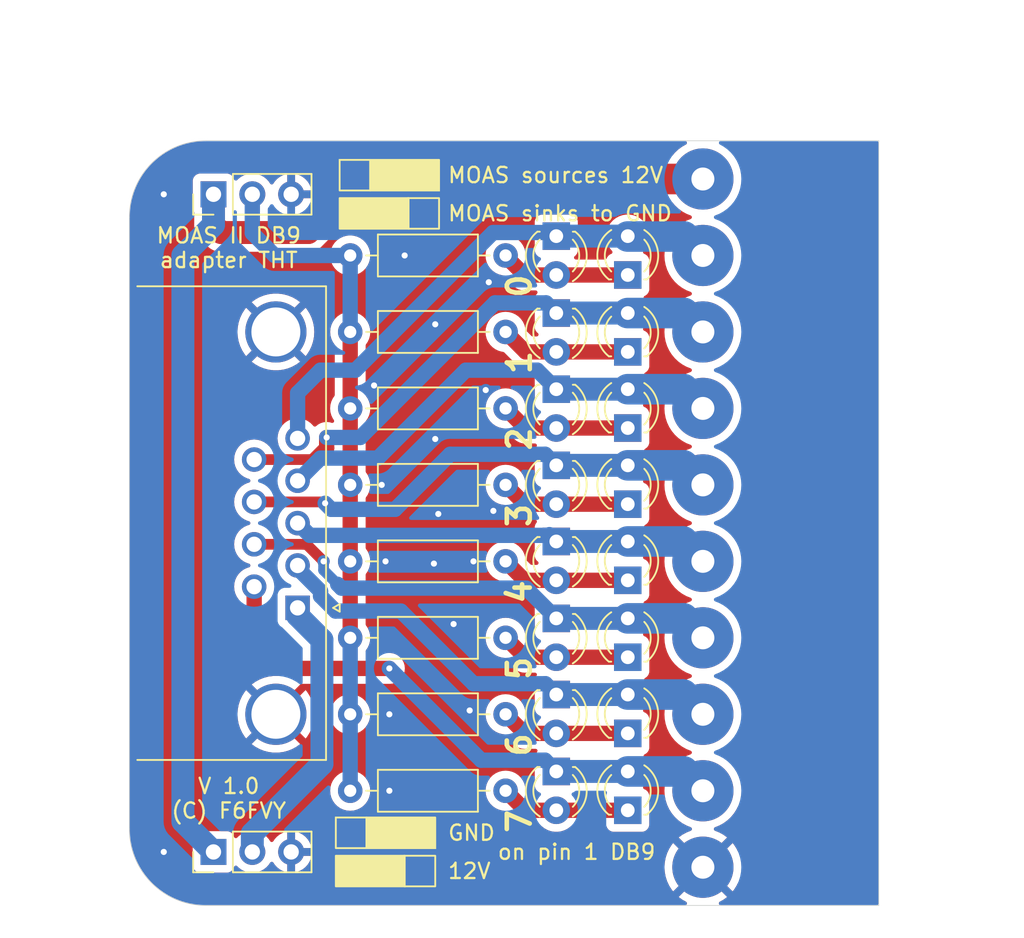
<source format=kicad_pcb>
(kicad_pcb (version 20230620) (generator pcbnew)
  (layers (0 "F.Cu" signal) (31 "B.Cu" signal) (34 "B.Paste" user) (35 "F.Paste" user) (36 "B.SilkS" user "B.Silkscreen") (37 "F.SilkS" user "F.Silkscreen") (38 "B.Mask" user) (39 "F.Mask" user) (44 "Edge.Cuts" user))
  (net 0 "")
  (net 1 "Net-(D1-Pad2)")
  (net 2 "Net-(D1-Pad1)")
  (net 3 "Net-(D10-Pad1)")
  (net 4 "Net-(D10-Pad2)")
  (net 5 "Net-(D11-Pad1)")
  (net 6 "Net-(D11-Pad2)")
  (net 7 "Net-(D12-Pad1)")
  (net 8 "Net-(D12-Pad2)")
  (net 9 "Net-(D13-Pad1)")
  (net 10 "Net-(D13-Pad2)")
  (net 11 "Net-(D14-Pad1)")
  (net 12 "Net-(D14-Pad2)")
  (net 13 "Net-(D15-Pad1)")
  (net 14 "Net-(D15-Pad2)")
  (net 15 "Net-(D16-Pad1)")
  (net 16 "Net-(D16-Pad2)")
  (net 17 "+12V")
  (net 18 "GND")
  (net 19 "Net-(J11-Pad2)")
  (net 20 "Net-(J12-Pad2)")
  (footprint "LED_THT:LED_D3.0mm" (layer "F.Cu") (at 132.588 58.7756 90)
    (property "Reference" "D9" hide)
    (property "Value" "LED")
    (fp_line (start -0.29 -1.236) (end -0.29 -1.08) (stroke (width 0.12)) (layer "F.SilkS"))
    (fp_line (start -0.29 1.08) (end -0.29 1.236) (stroke (width 0.12)) (layer "F.SilkS"))
    (fp_arc (start -0.29 -1.235516) (mid 1.366487 -1.987659) (end 2.942335 -1.078608) (stroke (width 0.12)) (layer "F.SilkS"))
    (fp_arc (start 0.229039 -1.08) (mid 1.270117 -1.5) (end 2.31113 -1.079837) (stroke (width 0.12)) (layer "F.SilkS"))
    (fp_arc (start 2.942335 1.078608) (mid 1.366487 1.987659) (end -0.29 1.235516) (stroke (width 0.12)) (layer "F.SilkS"))
    (fp_arc (start 2.31113 1.079837) (mid 1.270117 1.5) (end 0.229039 1.08) (stroke (width 0.12)) (layer "F.SilkS"))
    (pad "1" thru_hole rect (at 0 0 90) (size 1.8 1.8) (drill 0.9) (layers "*.Cu" "*.Mask") (net 1 "Net-(D1-Pad2)"))
    (pad "2" thru_hole circle (at 2.54 0 90) (size 1.8 1.8) (drill 0.9) (layers "*.Cu" "*.Mask") (net 2 "Net-(D1-Pad1)"))
  )
  (footprint "Resistor_THT:R_Axial_DIN0207_L6.3mm_D2.5mm_P10.16mm_Horizontal" (layer "F.Cu") (at 124.6 82.5 180)
    (property "Reference" "R6" hide)
    (property "Value" "4k7")
    (fp_line (start 9.12 0) (end 8.35 0) (stroke (width 0.12)) (layer "F.SilkS"))
    (fp_line (start 8.35 1.37) (end 8.35 -1.37) (stroke (width 0.12)) (layer "F.SilkS"))
    (fp_line (start 8.35 -1.37) (end 1.81 -1.37) (stroke (width 0.12)) (layer "F.SilkS"))
    (fp_line (start 1.81 1.37) (end 8.35 1.37) (stroke (width 0.12)) (layer "F.SilkS"))
    (fp_line (start 1.81 -1.37) (end 1.81 1.37) (stroke (width 0.12)) (layer "F.SilkS"))
    (fp_line (start 1.04 0) (end 1.81 0) (stroke (width 0.12)) (layer "F.SilkS"))
    (pad "1" thru_hole circle (at 0 0 180) (size 1.6 1.6) (drill 0.8) (layers "*.Cu" "*.Mask") (net 11 "Net-(D14-Pad1)"))
    (pad "2" thru_hole oval (at 10.16 0 180) (size 1.6 1.6) (drill 0.8) (layers "*.Cu" "*.Mask") (net 19 "Net-(J11-Pad2)"))
  )
  (footprint "Connector_Wire:SolderWirePad_1x01_Drill1.5mm" (layer "F.Cu") (at 137.5 77.5)
    (property "Reference" "J6" hide)
    (property "Value" "Conn_01x01")
    (pad "1" thru_hole circle (at 0 0) (size 4.0005 4.0005) (drill 1.50114) (layers "*.Cu" "*.Mask") (net 10 "Net-(D13-Pad2)"))
  )
  (footprint "LED_THT:LED_D3.0mm" (layer "F.Cu") (at 132.588 83.7692 90)
    (property "Reference" "D14" hide)
    (property "Value" "LED")
    (fp_line (start -0.29 -1.236) (end -0.29 -1.08) (stroke (width 0.12)) (layer "F.SilkS"))
    (fp_line (start -0.29 1.08) (end -0.29 1.236) (stroke (width 0.12)) (layer "F.SilkS"))
    (fp_arc (start -0.29 -1.235516) (mid 1.366487 -1.987659) (end 2.942335 -1.078608) (stroke (width 0.12)) (layer "F.SilkS"))
    (fp_arc (start 0.229039 -1.08) (mid 1.270117 -1.5) (end 2.31113 -1.079837) (stroke (width 0.12)) (layer "F.SilkS"))
    (fp_arc (start 2.942335 1.078608) (mid 1.366487 1.987659) (end -0.29 1.235516) (stroke (width 0.12)) (layer "F.SilkS"))
    (fp_arc (start 2.31113 1.079837) (mid 1.270117 1.5) (end 0.229039 1.08) (stroke (width 0.12)) (layer "F.SilkS"))
    (pad "1" thru_hole rect (at 0 0 90) (size 1.8 1.8) (drill 0.9) (layers "*.Cu" "*.Mask") (net 11 "Net-(D14-Pad1)"))
    (pad "2" thru_hole circle (at 2.54 0 90) (size 1.8 1.8) (drill 0.9) (layers "*.Cu" "*.Mask") (net 12 "Net-(D14-Pad2)"))
  )
  (footprint "Connector_Wire:SolderWirePad_1x01_Drill1.5mm" (layer "F.Cu") (at 137.5 52.5)
    (property "Reference" "J1" hide)
    (property "Value" "Conn_01x01")
    (pad "1" thru_hole circle (at 0 0) (size 4.0005 4.0005) (drill 1.50114) (layers "*.Cu" "*.Mask") (net 17 "+12V"))
  )
  (footprint "LED_THT:LED_D3.0mm" (layer "F.Cu") (at 127.9144 91.2368 -90)
    (property "Reference" "D8" hide)
    (property "Value" "LED")
    (fp_line (start -0.29 1.08) (end -0.29 1.236) (stroke (width 0.12)) (layer "F.SilkS"))
    (fp_line (start -0.29 -1.236) (end -0.29 -1.08) (stroke (width 0.12)) (layer "F.SilkS"))
    (fp_arc (start 2.31113 1.079837) (mid 1.270117 1.5) (end 0.229039 1.08) (stroke (width 0.12)) (layer "F.SilkS"))
    (fp_arc (start 2.942335 1.078608) (mid 1.366487 1.987659) (end -0.29 1.235516) (stroke (width 0.12)) (layer "F.SilkS"))
    (fp_arc (start 0.229039 -1.08) (mid 1.270117 -1.5) (end 2.31113 -1.079837) (stroke (width 0.12)) (layer "F.SilkS"))
    (fp_arc (start -0.29 -1.235516) (mid 1.366487 -1.987659) (end 2.942335 -1.078608) (stroke (width 0.12)) (layer "F.SilkS"))
    (pad "1" thru_hole rect (at 0 0 270) (size 1.8 1.8) (drill 0.9) (layers "*.Cu" "*.Mask") (net 16 "Net-(D16-Pad2)"))
    (pad "2" thru_hole circle (at 2.54 0 270) (size 1.8 1.8) (drill 0.9) (layers "*.Cu" "*.Mask") (net 15 "Net-(D16-Pad1)"))
  )
  (footprint "LED_THT:LED_D3.0mm" (layer "F.Cu") (at 132.588 73.7616 90)
    (property "Reference" "D12" hide)
    (property "Value" "LED")
    (fp_line (start -0.29 -1.236) (end -0.29 -1.08) (stroke (width 0.12)) (layer "F.SilkS"))
    (fp_line (start -0.29 1.08) (end -0.29 1.236) (stroke (width 0.12)) (layer "F.SilkS"))
    (fp_arc (start -0.29 -1.235516) (mid 1.366487 -1.987659) (end 2.942335 -1.078608) (stroke (width 0.12)) (layer "F.SilkS"))
    (fp_arc (start 0.229039 -1.08) (mid 1.270117 -1.5) (end 2.31113 -1.079837) (stroke (width 0.12)) (layer "F.SilkS"))
    (fp_arc (start 2.942335 1.078608) (mid 1.366487 1.987659) (end -0.29 1.235516) (stroke (width 0.12)) (layer "F.SilkS"))
    (fp_arc (start 2.31113 1.079837) (mid 1.270117 1.5) (end 0.229039 1.08) (stroke (width 0.12)) (layer "F.SilkS"))
    (pad "1" thru_hole rect (at 0 0 90) (size 1.8 1.8) (drill 0.9) (layers "*.Cu" "*.Mask") (net 7 "Net-(D12-Pad1)"))
    (pad "2" thru_hole circle (at 2.54 0 90) (size 1.8 1.8) (drill 0.9) (layers "*.Cu" "*.Mask") (net 8 "Net-(D12-Pad2)"))
  )
  (footprint "LED_THT:LED_D3.0mm" (layer "F.Cu") (at 127.9144 71.2216 -90)
    (property "Reference" "D4" hide)
    (property "Value" "LED")
    (fp_line (start -0.29 1.08) (end -0.29 1.236) (stroke (width 0.12)) (layer "F.SilkS"))
    (fp_line (start -0.29 -1.236) (end -0.29 -1.08) (stroke (width 0.12)) (layer "F.SilkS"))
    (fp_arc (start 2.31113 1.079837) (mid 1.270117 1.5) (end 0.229039 1.08) (stroke (width 0.12)) (layer "F.SilkS"))
    (fp_arc (start 2.942335 1.078608) (mid 1.366487 1.987659) (end -0.29 1.235516) (stroke (width 0.12)) (layer "F.SilkS"))
    (fp_arc (start 0.229039 -1.08) (mid 1.270117 -1.5) (end 2.31113 -1.079837) (stroke (width 0.12)) (layer "F.SilkS"))
    (fp_arc (start -0.29 -1.235516) (mid 1.366487 -1.987659) (end 2.942335 -1.078608) (stroke (width 0.12)) (layer "F.SilkS"))
    (pad "1" thru_hole rect (at 0 0 270) (size 1.8 1.8) (drill 0.9) (layers "*.Cu" "*.Mask") (net 8 "Net-(D12-Pad2)"))
    (pad "2" thru_hole circle (at 2.54 0 270) (size 1.8 1.8) (drill 0.9) (layers "*.Cu" "*.Mask") (net 7 "Net-(D12-Pad1)"))
  )
  (footprint "Connector_Wire:SolderWirePad_1x01_Drill1.5mm" (layer "F.Cu") (at 137.5 87.5)
    (property "Reference" "J8" hide)
    (property "Value" "Conn_01x01")
    (pad "1" thru_hole circle (at 0 0) (size 4.0005 4.0005) (drill 1.50114) (layers "*.Cu" "*.Mask") (net 14 "Net-(D15-Pad2)"))
  )
  (footprint "Resistor_THT:R_Axial_DIN0207_L6.3mm_D2.5mm_P10.16mm_Horizontal" (layer "F.Cu") (at 124.6 92.5 180)
    (property "Reference" "R8" hide)
    (property "Value" "4k7")
    (fp_line (start 9.12 0) (end 8.35 0) (stroke (width 0.12)) (layer "F.SilkS"))
    (fp_line (start 8.35 1.37) (end 8.35 -1.37) (stroke (width 0.12)) (layer "F.SilkS"))
    (fp_line (start 8.35 -1.37) (end 1.81 -1.37) (stroke (width 0.12)) (layer "F.SilkS"))
    (fp_line (start 1.81 1.37) (end 8.35 1.37) (stroke (width 0.12)) (layer "F.SilkS"))
    (fp_line (start 1.81 -1.37) (end 1.81 1.37) (stroke (width 0.12)) (layer "F.SilkS"))
    (fp_line (start 1.04 0) (end 1.81 0) (stroke (width 0.12)) (layer "F.SilkS"))
    (pad "1" thru_hole circle (at 0 0 180) (size 1.6 1.6) (drill 0.8) (layers "*.Cu" "*.Mask") (net 15 "Net-(D16-Pad1)"))
    (pad "2" thru_hole oval (at 10.16 0 180) (size 1.6 1.6) (drill 0.8) (layers "*.Cu" "*.Mask") (net 19 "Net-(J11-Pad2)"))
  )
  (footprint "LED_THT:LED_D3.0mm" (layer "F.Cu") (at 132.588 78.74 90)
    (property "Reference" "D13" hide)
    (property "Value" "LED")
    (fp_line (start -0.29 -1.236) (end -0.29 -1.08) (stroke (width 0.12)) (layer "F.SilkS"))
    (fp_line (start -0.29 1.08) (end -0.29 1.236) (stroke (width 0.12)) (layer "F.SilkS"))
    (fp_arc (start -0.29 -1.235516) (mid 1.366487 -1.987659) (end 2.942335 -1.078608) (stroke (width 0.12)) (layer "F.SilkS"))
    (fp_arc (start 0.229039 -1.08) (mid 1.270117 -1.5) (end 2.31113 -1.079837) (stroke (width 0.12)) (layer "F.SilkS"))
    (fp_arc (start 2.942335 1.078608) (mid 1.366487 1.987659) (end -0.29 1.235516) (stroke (width 0.12)) (layer "F.SilkS"))
    (fp_arc (start 2.31113 1.079837) (mid 1.270117 1.5) (end 0.229039 1.08) (stroke (width 0.12)) (layer "F.SilkS"))
    (pad "1" thru_hole rect (at 0 0 90) (size 1.8 1.8) (drill 0.9) (layers "*.Cu" "*.Mask") (net 9 "Net-(D13-Pad1)"))
    (pad "2" thru_hole circle (at 2.54 0 90) (size 1.8 1.8) (drill 0.9) (layers "*.Cu" "*.Mask") (net 10 "Net-(D13-Pad2)"))
  )
  (footprint "LED_THT:LED_D3.0mm" (layer "F.Cu") (at 127.9144 66.2432 -90)
    (property "Reference" "D3" hide)
    (property "Value" "LED")
    (fp_line (start -0.29 1.08) (end -0.29 1.236) (stroke (width 0.12)) (layer "F.SilkS"))
    (fp_line (start -0.29 -1.236) (end -0.29 -1.08) (stroke (width 0.12)) (layer "F.SilkS"))
    (fp_arc (start 2.31113 1.079837) (mid 1.270117 1.5) (end 0.229039 1.08) (stroke (width 0.12)) (layer "F.SilkS"))
    (fp_arc (start 2.942335 1.078608) (mid 1.366487 1.987659) (end -0.29 1.235516) (stroke (width 0.12)) (layer "F.SilkS"))
    (fp_arc (start 0.229039 -1.08) (mid 1.270117 -1.5) (end 2.31113 -1.079837) (stroke (width 0.12)) (layer "F.SilkS"))
    (fp_arc (start -0.29 -1.235516) (mid 1.366487 -1.987659) (end 2.942335 -1.078608) (stroke (width 0.12)) (layer "F.SilkS"))
    (pad "1" thru_hole rect (at 0 0 270) (size 1.8 1.8) (drill 0.9) (layers "*.Cu" "*.Mask") (net 6 "Net-(D11-Pad2)"))
    (pad "2" thru_hole circle (at 2.54 0 270) (size 1.8 1.8) (drill 0.9) (layers "*.Cu" "*.Mask") (net 5 "Net-(D11-Pad1)"))
  )
  (footprint "Resistor_THT:R_Axial_DIN0207_L6.3mm_D2.5mm_P10.16mm_Horizontal" (layer "F.Cu") (at 124.6 62.5 180)
    (property "Reference" "R2" hide)
    (property "Value" "4k7")
    (fp_line (start 9.12 0) (end 8.35 0) (stroke (width 0.12)) (layer "F.SilkS"))
    (fp_line (start 8.35 1.37) (end 8.35 -1.37) (stroke (width 0.12)) (layer "F.SilkS"))
    (fp_line (start 8.35 -1.37) (end 1.81 -1.37) (stroke (width 0.12)) (layer "F.SilkS"))
    (fp_line (start 1.81 1.37) (end 8.35 1.37) (stroke (width 0.12)) (layer "F.SilkS"))
    (fp_line (start 1.81 -1.37) (end 1.81 1.37) (stroke (width 0.12)) (layer "F.SilkS"))
    (fp_line (start 1.04 0) (end 1.81 0) (stroke (width 0.12)) (layer "F.SilkS"))
    (pad "1" thru_hole circle (at 0 0 180) (size 1.6 1.6) (drill 0.8) (layers "*.Cu" "*.Mask") (net 3 "Net-(D10-Pad1)"))
    (pad "2" thru_hole oval (at 10.16 0 180) (size 1.6 1.6) (drill 0.8) (layers "*.Cu" "*.Mask") (net 19 "Net-(J11-Pad2)"))
  )
  (footprint "Connector_Wire:SolderWirePad_1x01_Drill1.5mm" (layer "F.Cu") (at 137.5 92.5)
    (property "Reference" "J9" hide)
    (property "Value" "Conn_01x01")
    (pad "1" thru_hole circle (at 0 0) (size 4.0005 4.0005) (drill 1.50114) (layers "*.Cu" "*.Mask") (net 16 "Net-(D16-Pad2)"))
  )
  (footprint "Connector_Wire:SolderWirePad_1x01_Drill1.5mm" (layer "F.Cu") (at 137.5 67.5)
    (property "Reference" "J4" hide)
    (property "Value" "Conn_01x01")
    (pad "1" thru_hole circle (at 0 0) (size 4.0005 4.0005) (drill 1.50114) (layers "*.Cu" "*.Mask") (net 6 "Net-(D11-Pad2)"))
  )
  (footprint "Connector_Wire:SolderWirePad_1x01_Drill1.5mm" (layer "F.Cu") (at 137.5 72.5)
    (property "Reference" "J5" hide)
    (property "Value" "Conn_01x01")
    (pad "1" thru_hole circle (at 0 0) (size 4.0005 4.0005) (drill 1.50114) (layers "*.Cu" "*.Mask") (net 8 "Net-(D12-Pad2)"))
  )
  (footprint "Resistor_THT:R_Axial_DIN0207_L6.3mm_D2.5mm_P10.16mm_Horizontal" (layer "F.Cu") (at 124.6 67.5 180)
    (property "Reference" "R3" hide)
    (property "Value" "4k7")
    (fp_line (start 9.12 0) (end 8.35 0) (stroke (width 0.12)) (layer "F.SilkS"))
    (fp_line (start 8.35 1.37) (end 8.35 -1.37) (stroke (width 0.12)) (layer "F.SilkS"))
    (fp_line (start 8.35 -1.37) (end 1.81 -1.37) (stroke (width 0.12)) (layer "F.SilkS"))
    (fp_line (start 1.81 1.37) (end 8.35 1.37) (stroke (width 0.12)) (layer "F.SilkS"))
    (fp_line (start 1.81 -1.37) (end 1.81 1.37) (stroke (width 0.12)) (layer "F.SilkS"))
    (fp_line (start 1.04 0) (end 1.81 0) (stroke (width 0.12)) (layer "F.SilkS"))
    (pad "1" thru_hole circle (at 0 0 180) (size 1.6 1.6) (drill 0.8) (layers "*.Cu" "*.Mask") (net 5 "Net-(D11-Pad1)"))
    (pad "2" thru_hole oval (at 10.16 0 180) (size 1.6 1.6) (drill 0.8) (layers "*.Cu" "*.Mask") (net 19 "Net-(J11-Pad2)"))
  )
  (footprint "LED_THT:LED_D3.0mm" (layer "F.Cu") (at 127.9144 86.2076 -90)
    (property "Reference" "D7" hide)
    (property "Value" "LED")
    (fp_line (start -0.29 1.08) (end -0.29 1.236) (stroke (width 0.12)) (layer "F.SilkS"))
    (fp_line (start -0.29 -1.236) (end -0.29 -1.08) (stroke (width 0.12)) (layer "F.SilkS"))
    (fp_arc (start 2.31113 1.079837) (mid 1.270117 1.5) (end 0.229039 1.08) (stroke (width 0.12)) (layer "F.SilkS"))
    (fp_arc (start 2.942335 1.078608) (mid 1.366487 1.987659) (end -0.29 1.235516) (stroke (width 0.12)) (layer "F.SilkS"))
    (fp_arc (start 0.229039 -1.08) (mid 1.270117 -1.5) (end 2.31113 -1.079837) (stroke (width 0.12)) (layer "F.SilkS"))
    (fp_arc (start -0.29 -1.235516) (mid 1.366487 -1.987659) (end 2.942335 -1.078608) (stroke (width 0.12)) (layer "F.SilkS"))
    (pad "1" thru_hole rect (at 0 0 270) (size 1.8 1.8) (drill 0.9) (layers "*.Cu" "*.Mask") (net 14 "Net-(D15-Pad2)"))
    (pad "2" thru_hole circle (at 2.54 0 270) (size 1.8 1.8) (drill 0.9) (layers "*.Cu" "*.Mask") (net 13 "Net-(D15-Pad1)"))
  )
  (footprint "Resistor_THT:R_Axial_DIN0207_L6.3mm_D2.5mm_P10.16mm_Horizontal" (layer "F.Cu") (at 124.6 72.5 180)
    (property "Reference" "R4" hide)
    (property "Value" "4k7")
    (fp_line (start 9.12 0) (end 8.35 0) (stroke (width 0.12)) (layer "F.SilkS"))
    (fp_line (start 8.35 1.37) (end 8.35 -1.37) (stroke (width 0.12)) (layer "F.SilkS"))
    (fp_line (start 8.35 -1.37) (end 1.81 -1.37) (stroke (width 0.12)) (layer "F.SilkS"))
    (fp_line (start 1.81 1.37) (end 8.35 1.37) (stroke (width 0.12)) (layer "F.SilkS"))
    (fp_line (start 1.81 -1.37) (end 1.81 1.37) (stroke (width 0.12)) (layer "F.SilkS"))
    (fp_line (start 1.04 0) (end 1.81 0) (stroke (width 0.12)) (layer "F.SilkS"))
    (pad "1" thru_hole circle (at 0 0 180) (size 1.6 1.6) (drill 0.8) (layers "*.Cu" "*.Mask") (net 7 "Net-(D12-Pad1)"))
    (pad "2" thru_hole oval (at 10.16 0 180) (size 1.6 1.6) (drill 0.8) (layers "*.Cu" "*.Mask") (net 19 "Net-(J11-Pad2)"))
  )
  (footprint "Connector_Wire:SolderWirePad_1x01_Drill1.5mm" (layer "F.Cu") (at 137.5 62.5)
    (property "Reference" "J3" hide)
    (property "Value" "Conn_01x01")
    (pad "1" thru_hole circle (at 0 0) (size 4.0005 4.0005) (drill 1.50114) (layers "*.Cu" "*.Mask") (net 4 "Net-(D10-Pad2)"))
  )
  (footprint "LED_THT:LED_D3.0mm" (layer "F.Cu") (at 127.9144 81.2292 -90)
    (property "Reference" "D6" hide)
    (property "Value" "LED")
    (fp_line (start -0.29 1.08) (end -0.29 1.236) (stroke (width 0.12)) (layer "F.SilkS"))
    (fp_line (start -0.29 -1.236) (end -0.29 -1.08) (stroke (width 0.12)) (layer "F.SilkS"))
    (fp_arc (start 2.31113 1.079837) (mid 1.270117 1.5) (end 0.229039 1.08) (stroke (width 0.12)) (layer "F.SilkS"))
    (fp_arc (start 2.942335 1.078608) (mid 1.366487 1.987659) (end -0.29 1.235516) (stroke (width 0.12)) (layer "F.SilkS"))
    (fp_arc (start 0.229039 -1.08) (mid 1.270117 -1.5) (end 2.31113 -1.079837) (stroke (width 0.12)) (layer "F.SilkS"))
    (fp_arc (start -0.29 -1.235516) (mid 1.366487 -1.987659) (end 2.942335 -1.078608) (stroke (width 0.12)) (layer "F.SilkS"))
    (pad "1" thru_hole rect (at 0 0 270) (size 1.8 1.8) (drill 0.9) (layers "*.Cu" "*.Mask") (net 12 "Net-(D14-Pad2)"))
    (pad "2" thru_hole circle (at 2.54 0 270) (size 1.8 1.8) (drill 0.9) (layers "*.Cu" "*.Mask") (net 11 "Net-(D14-Pad1)"))
  )
  (footprint "LED_THT:LED_D3.0mm" (layer "F.Cu") (at 132.588 63.8048 90)
    (property "Reference" "D10" hide)
    (property "Value" "LED")
    (fp_line (start -0.29 -1.236) (end -0.29 -1.08) (stroke (width 0.12)) (layer "F.SilkS"))
    (fp_line (start -0.29 1.08) (end -0.29 1.236) (stroke (width 0.12)) (layer "F.SilkS"))
    (fp_arc (start -0.29 -1.235516) (mid 1.366487 -1.987659) (end 2.942335 -1.078608) (stroke (width 0.12)) (layer "F.SilkS"))
    (fp_arc (start 0.229039 -1.08) (mid 1.270117 -1.5) (end 2.31113 -1.079837) (stroke (width 0.12)) (layer "F.SilkS"))
    (fp_arc (start 2.942335 1.078608) (mid 1.366487 1.987659) (end -0.29 1.235516) (stroke (width 0.12)) (layer "F.SilkS"))
    (fp_arc (start 2.31113 1.079837) (mid 1.270117 1.5) (end 0.229039 1.08) (stroke (width 0.12)) (layer "F.SilkS"))
    (pad "1" thru_hole rect (at 0 0 90) (size 1.8 1.8) (drill 0.9) (layers "*.Cu" "*.Mask") (net 3 "Net-(D10-Pad1)"))
    (pad "2" thru_hole circle (at 2.54 0 90) (size 1.8 1.8) (drill 0.9) (layers "*.Cu" "*.Mask") (net 4 "Net-(D10-Pad2)"))
  )
  (footprint "LED_THT:LED_D3.0mm" (layer "F.Cu") (at 127.9144 76.2 -90)
    (property "Reference" "D5" hide)
    (property "Value" "LED")
    (fp_line (start -0.29 1.08) (end -0.29 1.236) (stroke (width 0.12)) (layer "F.SilkS"))
    (fp_line (start -0.29 -1.236) (end -0.29 -1.08) (stroke (width 0.12)) (layer "F.SilkS"))
    (fp_arc (start 2.31113 1.079837) (mid 1.270117 1.5) (end 0.229039 1.08) (stroke (width 0.12)) (layer "F.SilkS"))
    (fp_arc (start 2.942335 1.078608) (mid 1.366487 1.987659) (end -0.29 1.235516) (stroke (width 0.12)) (layer "F.SilkS"))
    (fp_arc (start 0.229039 -1.08) (mid 1.270117 -1.5) (end 2.31113 -1.079837) (stroke (width 0.12)) (layer "F.SilkS"))
    (fp_arc (start -0.29 -1.235516) (mid 1.366487 -1.987659) (end 2.942335 -1.078608) (stroke (width 0.12)) (layer "F.SilkS"))
    (pad "1" thru_hole rect (at 0 0 270) (size 1.8 1.8) (drill 0.9) (layers "*.Cu" "*.Mask") (net 10 "Net-(D13-Pad2)"))
    (pad "2" thru_hole circle (at 2.54 0 270) (size 1.8 1.8) (drill 0.9) (layers "*.Cu" "*.Mask") (net 9 "Net-(D13-Pad1)"))
  )
  (footprint "LED_THT:LED_D3.0mm" (layer "F.Cu") (at 127.9144 56.2356 -90)
    (property "Reference" "D1" hide)
    (property "Value" "LED")
    (fp_line (start -0.29 1.08) (end -0.29 1.236) (stroke (width 0.12)) (layer "F.SilkS"))
    (fp_line (start -0.29 -1.236) (end -0.29 -1.08) (stroke (width 0.12)) (layer "F.SilkS"))
    (fp_arc (start 2.31113 1.079837) (mid 1.270117 1.5) (end 0.229039 1.08) (stroke (width 0.12)) (layer "F.SilkS"))
    (fp_arc (start 2.942335 1.078608) (mid 1.366487 1.987659) (end -0.29 1.235516) (stroke (width 0.12)) (layer "F.SilkS"))
    (fp_arc (start 0.229039 -1.08) (mid 1.270117 -1.5) (end 2.31113 -1.079837) (stroke (width 0.12)) (layer "F.SilkS"))
    (fp_arc (start -0.29 -1.235516) (mid 1.366487 -1.987659) (end 2.942335 -1.078608) (stroke (width 0.12)) (layer "F.SilkS"))
    (pad "1" thru_hole rect (at 0 0 270) (size 1.8 1.8) (drill 0.9) (layers "*.Cu" "*.Mask") (net 2 "Net-(D1-Pad1)"))
    (pad "2" thru_hole circle (at 2.54 0 270) (size 1.8 1.8) (drill 0.9) (layers "*.Cu" "*.Mask") (net 1 "Net-(D1-Pad2)"))
  )
  (footprint "Connector_Dsub:DSUB-9_Female_Horizontal_P2.77x2.84mm_EdgePinOffset7.70mm_Housed_MountingHolesOffset9.12mm" (layer "F.Cu") (at 111 80.54 -90)
    (property "Reference" "J13" hide)
    (property "Value" "DB9_Female_MountingHoles")
    (fp_line (start -21.025 10.48) (end -21.025 -1.86) (stroke (width 0.12)) (layer "F.SilkS"))
    (fp_line (start -21.025 -1.86) (end 9.945 -1.86) (stroke (width 0.12)) (layer "F.SilkS"))
    (fp_line (start 9.945 -1.86) (end 9.945 10.48) (stroke (width 0.12)) (layer "F.SilkS"))
    (fp_line (start 0 -2.321325) (end -0.25 -2.754338) (stroke (width 0.12)) (layer "F.SilkS"))
    (fp_line (start -0.25 -2.754338) (end 0.25 -2.754338) (stroke (width 0.12)) (layer "F.SilkS"))
    (fp_line (start 0.25 -2.754338) (end 0 -2.321325) (stroke (width 0.12)) (layer "F.SilkS"))
    (pad "0" thru_hole circle (at -18.04 1.42 270) (size 4 4) (drill 3.2) (layers "*.Cu" "*.Mask") (net 18 "GND"))
    (pad "0" thru_hole circle (at 6.96 1.42 270) (size 4 4) (drill 3.2) (layers "*.Cu" "*.Mask") (net 18 "GND"))
    (pad "1" thru_hole rect (at 0 0 270) (size 1.6 1.6) (drill 1) (layers "*.Cu" "*.Mask") (net 20 "Net-(J12-Pad2)"))
    (pad "2" thru_hole circle (at -2.77 0 270) (size 1.6 1.6) (drill 1) (layers "*.Cu" "*.Mask") (net 14 "Net-(D15-Pad2)"))
    (pad "3" thru_hole circle (at -5.54 0 270) (size 1.6 1.6) (drill 1) (layers "*.Cu" "*.Mask") (net 10 "Net-(D13-Pad2)"))
    (pad "4" thru_hole circle (at -8.31 0 270) (size 1.6 1.6) (drill 1) (layers "*.Cu" "*.Mask") (net 6 "Net-(D11-Pad2)"))
    (pad "5" thru_hole circle (at -11.08 0 270) (size 1.6 1.6) (drill 1) (layers "*.Cu" "*.Mask") (net 2 "Net-(D1-Pad1)"))
    (pad "6" thru_hole circle (at -1.385 2.84 270) (size 1.6 1.6) (drill 1) (layers "*.Cu" "*.Mask") (net 16 "Net-(D16-Pad2)"))
    (pad "7" thru_hole circle (at -4.155 2.84 270) (size 1.6 1.6) (drill 1) (layers "*.Cu" "*.Mask") (net 12 "Net-(D14-Pad2)"))
    (pad "8" thru_hole circle (at -6.925 2.84 270) (size 1.6 1.6) (drill 1) (layers "*.Cu" "*.Mask") (net 8 "Net-(D12-Pad2)"))
    (pad "9" thru_hole circle (at -9.695 2.84 270) (size 1.6 1.6) (drill 1) (layers "*.Cu" "*.Mask") (net 4 "Net-(D10-Pad2)"))
  )
  (footprint "Resistor_THT:R_Axial_DIN0207_L6.3mm_D2.5mm_P10.16mm_Horizontal" (layer "F.Cu") (at 124.6 87.5 180)
    (property "Reference" "R7" hide)
    (property "Value" "4k7")
    (fp_line (start 9.12 0) (end 8.35 0) (stroke (width 0.12)) (layer "F.SilkS"))
    (fp_line (start 8.35 1.37) (end 8.35 -1.37) (stroke (width 0.12)) (layer "F.SilkS"))
    (fp_line (start 8.35 -1.37) (end 1.81 -1.37) (stroke (width 0.12)) (layer "F.SilkS"))
    (fp_line (start 1.81 1.37) (end 8.35 1.37) (stroke (width 0.12)) (layer "F.SilkS"))
    (fp_line (start 1.81 -1.37) (end 1.81 1.37) (stroke (width 0.12)) (layer "F.SilkS"))
    (fp_line (start 1.04 0) (end 1.81 0) (stroke (width 0.12)) (layer "F.SilkS"))
    (pad "1" thru_hole circle (at 0 0 180) (size 1.6 1.6) (drill 0.8) (layers "*.Cu" "*.Mask") (net 13 "Net-(D15-Pad1)"))
    (pad "2" thru_hole oval (at 10.16 0 180) (size 1.6 1.6) (drill 0.8) (layers "*.Cu" "*.Mask") (net 19 "Net-(J11-Pad2)"))
  )
  (footprint "LED_THT:LED_D3.0mm" (layer "F.Cu") (at 132.588 88.7476 90)
    (property "Reference" "D15" hide)
    (property "Value" "LED")
    (fp_line (start -0.29 -1.236) (end -0.29 -1.08) (stroke (width 0.12)) (layer "F.SilkS"))
    (fp_line (start -0.29 1.08) (end -0.29 1.236) (stroke (width 0.12)) (layer "F.SilkS"))
    (fp_arc (start -0.29 -1.235516) (mid 1.366487 -1.987659) (end 2.942335 -1.078608) (stroke (width 0.12)) (layer "F.SilkS"))
    (fp_arc (start 0.229039 -1.08) (mid 1.270117 -1.5) (end 2.31113 -1.079837) (stroke (width 0.12)) (layer "F.SilkS"))
    (fp_arc (start 2.942335 1.078608) (mid 1.366487 1.987659) (end -0.29 1.235516) (stroke (width 0.12)) (layer "F.SilkS"))
    (fp_arc (start 2.31113 1.079837) (mid 1.270117 1.5) (end 0.229039 1.08) (stroke (width 0.12)) (layer "F.SilkS"))
    (pad "1" thru_hole rect (at 0 0 90) (size 1.8 1.8) (drill 0.9) (layers "*.Cu" "*.Mask") (net 13 "Net-(D15-Pad1)"))
    (pad "2" thru_hole circle (at 2.54 0 90) (size 1.8 1.8) (drill 0.9) (layers "*.Cu" "*.Mask") (net 14 "Net-(D15-Pad2)"))
  )
  (footprint "LED_THT:LED_D3.0mm" (layer "F.Cu") (at 132.588 93.7768 90)
    (property "Reference" "D16" hide)
    (property "Value" "LED")
    (fp_line (start -0.29 -1.236) (end -0.29 -1.08) (stroke (width 0.12)) (layer "F.SilkS"))
    (fp_line (start -0.29 1.08) (end -0.29 1.236) (stroke (width 0.12)) (layer "F.SilkS"))
    (fp_arc (start -0.29 -1.235516) (mid 1.366487 -1.987659) (end 2.942335 -1.078608) (stroke (width 0.12)) (layer "F.SilkS"))
    (fp_arc (start 0.229039 -1.08) (mid 1.270117 -1.5) (end 2.31113 -1.079837) (stroke (width 0.12)) (layer "F.SilkS"))
    (fp_arc (start 2.942335 1.078608) (mid 1.366487 1.987659) (end -0.29 1.235516) (stroke (width 0.12)) (layer "F.SilkS"))
    (fp_arc (start 2.31113 1.079837) (mid 1.270117 1.5) (end 0.229039 1.08) (stroke (width 0.12)) (layer "F.SilkS"))
    (pad "1" thru_hole rect (at 0 0 90) (size 1.8 1.8) (drill 0.9) (layers "*.Cu" "*.Mask") (net 15 "Net-(D16-Pad1)"))
    (pad "2" thru_hole circle (at 2.54 0 90) (size 1.8 1.8) (drill 0.9) (layers "*.Cu" "*.Mask") (net 16 "Net-(D16-Pad2)"))
  )
  (footprint "Connector_PinHeader_2.54mm:PinHeader_1x03_P2.54mm_Vertical" (layer "F.Cu") (at 105.5 96.5 90)
    (property "Reference" "J12" hide)
    (property "Value" "Conn_01x03")
    (fp_line (start -1.33 -1.33) (end 0 -1.33) (stroke (width 0.12)) (layer "F.SilkS"))
    (fp_line (start -1.33 0) (end -1.33 -1.33) (stroke (width 0.12)) (layer "F.SilkS"))
    (fp_line (start 1.33 1.27) (end 1.33 6.41) (stroke (width 0.12)) (layer "F.SilkS"))
    (fp_line (start -1.33 1.27) (end 1.33 1.27) (stroke (width 0.12)) (layer "F.SilkS"))
    (fp_line (start -1.33 1.27) (end -1.33 6.41) (stroke (width 0.12)) (layer "F.SilkS"))
    (fp_line (start -1.33 6.41) (end 1.33 6.41) (stroke (width 0.12)) (layer "F.SilkS"))
    (pad "1" thru_hole rect (at 0 0 90) (size 1.7 1.7) (drill 1) (layers "*.Cu" "*.Mask") (net 17 "+12V"))
    (pad "2" thru_hole oval (at 0 2.54 90) (size 1.7 1.7) (drill 1) (layers "*.Cu" "*.Mask") (net 20 "Net-(J12-Pad2)"))
    (pad "3" thru_hole oval (at 0 5.08 90) (size 1.7 1.7) (drill 1) (layers "*.Cu" "*.Mask") (net 18 "GND"))
  )
  (footprint "LED_THT:LED_D3.0mm" (layer "F.Cu") (at 132.588 68.7832 90)
    (property "Reference" "D11" hide)
    (property "Value" "LED")
    (fp_line (start -0.29 -1.236) (end -0.29 -1.08) (stroke (width 0.12)) (layer "F.SilkS"))
    (fp_line (start -0.29 1.08) (end -0.29 1.236) (stroke (width 0.12)) (layer "F.SilkS"))
    (fp_arc (start -0.29 -1.235516) (mid 1.366487 -1.987659) (end 2.942335 -1.078608) (stroke (width 0.12)) (layer "F.SilkS"))
    (fp_arc (start 0.229039 -1.08) (mid 1.270117 -1.5) (end 2.31113 -1.079837) (stroke (width 0.12)) (layer "F.SilkS"))
    (fp_arc (start 2.942335 1.078608) (mid 1.366487 1.987659) (end -0.29 1.235516) (stroke (width 0.12)) (layer "F.SilkS"))
    (fp_arc (start 2.31113 1.079837) (mid 1.270117 1.5) (end 0.229039 1.08) (stroke (width 0.12)) (layer "F.SilkS"))
    (pad "1" thru_hole rect (at 0 0 90) (size 1.8 1.8) (drill 0.9) (layers "*.Cu" "*.Mask") (net 5 "Net-(D11-Pad1)"))
    (pad "2" thru_hole circle (at 2.54 0 90) (size 1.8 1.8) (drill 0.9) (layers "*.Cu" "*.Mask") (net 6 "Net-(D11-Pad2)"))
  )
  (footprint "Connector_PinHeader_2.54mm:PinHeader_1x03_P2.54mm_Vertical" (layer "F.Cu") (at 105.5 53.5 90)
    (property "Reference" "J11" hide)
    (property "Value" "Conn_01x03")
    (fp_line (start -1.33 -1.33) (end 0 -1.33) (stroke (width 0.12)) (layer "F.SilkS"))
    (fp_line (start -1.33 0) (end -1.33 -1.33) (stroke (width 0.12)) (layer "F.SilkS"))
    (fp_line (start 1.33 1.27) (end 1.33 6.41) (stroke (width 0.12)) (layer "F.SilkS"))
    (fp_line (start -1.33 1.27) (end 1.33 1.27) (stroke (width 0.12)) (layer "F.SilkS"))
    (fp_line (start -1.33 1.27) (end -1.33 6.41) (stroke (width 0.12)) (layer "F.SilkS"))
    (fp_line (start -1.33 6.41) (end 1.33 6.41) (stroke (width 0.12)) (layer "F.SilkS"))
    (pad "1" thru_hole rect (at 0 0 90) (size 1.7 1.7) (drill 1) (layers "*.Cu" "*.Mask") (net 17 "+12V"))
    (pad "2" thru_hole oval (at 0 2.54 90) (size 1.7 1.7) (drill 1) (layers "*.Cu" "*.Mask") (net 19 "Net-(J11-Pad2)"))
    (pad "3" thru_hole oval (at 0 5.08 90) (size 1.7 1.7) (drill 1) (layers "*.Cu" "*.Mask") (net 18 "GND"))
  )
  (footprint "Resistor_THT:R_Axial_DIN0207_L6.3mm_D2.5mm_P10.16mm_Horizontal" (layer "F.Cu") (at 124.6 77.5 180)
    (property "Reference" "R5" hide)
    (property "Value" "4k7")
    (fp_line (start 9.12 0) (end 8.35 0) (stroke (width 0.12)) (layer "F.SilkS"))
    (fp_line (start 8.35 1.37) (end 8.35 -1.37) (stroke (width 0.12)) (layer "F.SilkS"))
    (fp_line (start 8.35 -1.37) (end 1.81 -1.37) (stroke (width 0.12)) (layer "F.SilkS"))
    (fp_line (start 1.81 1.37) (end 8.35 1.37) (stroke (width 0.12)) (layer "F.SilkS"))
    (fp_line (start 1.81 -1.37) (end 1.81 1.37) (stroke (width 0.12)) (layer "F.SilkS"))
    (fp_line (start 1.04 0) (end 1.81 0) (stroke (width 0.12)) (layer "F.SilkS"))
    (pad "1" thru_hole circle (at 0 0 180) (size 1.6 1.6) (drill 0.8) (layers "*.Cu" "*.Mask") (net 9 "Net-(D13-Pad1)"))
    (pad "2" thru_hole oval (at 10.16 0 180) (size 1.6 1.6) (drill 0.8) (layers "*.Cu" "*.Mask") (net 19 "Net-(J11-Pad2)"))
  )
  (footprint "Connector_Wire:SolderWirePad_1x01_Drill1.5mm" (layer "F.Cu") (at 137.5 82.5)
    (property "Reference" "J7" hide)
    (property "Value" "Conn_01x01")
    (pad "1" thru_hole circle (at 0 0) (size 4.0005 4.0005) (drill 1.50114) (layers "*.Cu" "*.Mask") (net 12 "Net-(D14-Pad2)"))
  )
  (footprint "LED_THT:LED_D3.0mm" (layer "F.Cu") (at 127.9144 61.2648 -90)
    (property "Reference" "D2" hide)
    (property "Value" "LED")
    (fp_line (start -0.29 1.08) (end -0.29 1.236) (stroke (width 0.12)) (layer "F.SilkS"))
    (fp_line (start -0.29 -1.236) (end -0.29 -1.08) (stroke (width 0.12)) (layer "F.SilkS"))
    (fp_arc (start 2.31113 1.079837) (mid 1.270117 1.5) (end 0.229039 1.08) (stroke (width 0.12)) (layer "F.SilkS"))
    (fp_arc (start 2.942335 1.078608) (mid 1.366487 1.987659) (end -0.29 1.235516) (stroke (width 0.12)) (layer "F.SilkS"))
    (fp_arc (start 0.229039 -1.08) (mid 1.270117 -1.5) (end 2.31113 -1.079837) (stroke (width 0.12)) (layer "F.SilkS"))
    (fp_arc (start -0.29 -1.235516) (mid 1.366487 -1.987659) (end 2.942335 -1.078608) (stroke (width 0.12)) (layer "F.SilkS"))
    (pad "1" thru_hole rect (at 0 0 270) (size 1.8 1.8) (drill 0.9) (layers "*.Cu" "*.Mask") (net 4 "Net-(D10-Pad2)"))
    (pad "2" thru_hole circle (at 2.54 0 270) (size 1.8 1.8) (drill 0.9) (layers "*.Cu" "*.Mask") (net 3 "Net-(D10-Pad1)"))
  )
  (footprint "Connector_Wire:SolderWirePad_1x01_Drill1.5mm" (layer "F.Cu") (at 137.5 97.5)
    (property "Reference" "J10" hide)
    (property "Value" "Conn_01x01")
    (pad "1" thru_hole circle (at 0 0) (size 4.0005 4.0005) (drill 1.50114) (layers "*.Cu" "*.Mask") (net 18 "GND"))
  )
  (footprint "Resistor_THT:R_Axial_DIN0207_L6.3mm_D2.5mm_P10.16mm_Horizontal" (layer "F.Cu") (at 124.6 57.5 180)
    (property "Reference" "R1" hide)
    (property "Value" "4k7")
    (fp_line (start 9.12 0) (end 8.35 0) (stroke (width 0.12)) (layer "F.SilkS"))
    (fp_line (start 8.35 1.37) (end 8.35 -1.37) (stroke (width 0.12)) (layer "F.SilkS"))
    (fp_line (start 8.35 -1.37) (end 1.81 -1.37) (stroke (width 0.12)) (layer "F.SilkS"))
    (fp_line (start 1.81 1.37) (end 8.35 1.37) (stroke (width 0.12)) (layer "F.SilkS"))
    (fp_line (start 1.81 -1.37) (end 1.81 1.37) (stroke (width 0.12)) (layer "F.SilkS"))
    (fp_line (start 1.04 0) (end 1.81 0) (stroke (width 0.12)) (layer "F.SilkS"))
    (pad "1" thru_hole circle (at 0 0 180) (size 1.6 1.6) (drill 0.8) (layers "*.Cu" "*.Mask") (net 1 "Net-(D1-Pad2)"))
    (pad "2" thru_hole oval (at 10.16 0 180) (size 1.6 1.6) (drill 0.8) (layers "*.Cu" "*.Mask") (net 19 "Net-(J11-Pad2)"))
  )
  (footprint "Connector_Wire:SolderWirePad_1x01_Drill1.5mm" (layer "F.Cu") (at 137.5 57.5)
    (property "Reference" "J2" hide)
    (property "Value" "Conn_01x01")
    (pad "1" thru_hole circle (at 0 0) (size 4.0005 4.0005) (drill 1.50114) (layers "*.Cu" "*.Mask") (net 2 "Net-(D1-Pad1)"))
  )
  (gr_rect (start 113.75 51.25) (end 115.75 53.25) (stroke (width 0.12)) (fill none) (layer "F.SilkS"))
  (gr_rect (start 118.25 53.75) (end 120.25 55.75) (stroke (width 0.12)) (fill none) (layer "F.SilkS"))
  (gr_poly (pts (xy 118.25 55.75) (xy 113.75 55.75) (xy 113.75 53.75) (xy 118.25 53.75)) (stroke (width 0.12)) (fill solid) (layer "F.SilkS"))
  (gr_rect (start 118 96.75) (end 120 98.75) (stroke (width 0.12)) (fill none) (layer "F.SilkS"))
  (gr_poly (pts (xy 120.25 53.25) (xy 115.75 53.25) (xy 115.75 51.25) (xy 120.25 51.25)) (stroke (width 0.12)) (fill solid) (layer "F.SilkS"))
  (gr_rect (start 113.5 94.25) (end 115.5 96.25) (stroke (width 0.12)) (fill none) (layer "F.SilkS"))
  (gr_poly (pts (xy 118 98.75) (xy 113.5 98.75) (xy 113.5 96.75) (xy 118 96.75)) (stroke (width 0.12)) (fill solid) (layer "F.SilkS"))
  (gr_poly (pts (xy 120 96.25) (xy 115.5 96.25) (xy 115.5 94.25) (xy 120 94.25)) (stroke (width 0.12)) (fill solid) (layer "F.SilkS"))
  (gr_line (start 149 50) (end 149 100) (stroke (width 0.05)) (layer "Edge.Cuts"))
  (gr_arc (start 105 100) (mid 101.464466 98.535534) (end 100 95) (stroke (width 0.05)) (layer "Edge.Cuts"))
  (gr_line (start 149 100) (end 105 100) (stroke (width 0.05)) (layer "Edge.Cuts"))
  (gr_line (start 105 50) (end 149 50) (stroke (width 0.05)) (layer "Edge.Cuts"))
  (gr_arc (start 100 55) (mid 101.464466 51.464466) (end 105 50) (stroke (width 0.05)) (layer "Edge.Cuts"))
  (gr_line (start 100 55) (end 100 95) (stroke (width 0.05)) (layer "Edge.Cuts"))
  (gr_text "12V" (at 120.75 97.75 0) (layer "F.SilkS") (effects (font (size 1 1)) (justify left)))
  (gr_text "GND" (at 120.75 95.25 0) (layer "F.SilkS") (effects (font (size 1 1)) (justify left)))
  (gr_text "V 1.0\n(C) F6FVY" (at 106.5 93 0) (layer "F.SilkS") (effects (font (size 1 1))))
  (gr_text "1" (at 125.5 64.5 90) (layer "F.SilkS") (effects (font (size 1.5 1.5) (thickness 0.3))))
  (gr_text "2" (at 125.5 69.5 90) (layer "F.SilkS") (effects (font (size 1.5 1.5) (thickness 0.3))))
  (gr_text "MOAS II DB9\nadapter THT" (at 106.5 57 0) (layer "F.SilkS") (effects (font (size 1 1))))
  (gr_text "MOAS sinks to GND" (at 120.75 54.75 0) (layer "F.SilkS") (effects (font (size 1 1)) (justify left)))
  (gr_text "MOAS sources 12V" (at 120.75 52.25 0) (layer "F.SilkS") (effects (font (size 1 1)) (justify left)))
  (gr_text "0" (at 125.5 59.5 90) (layer "F.SilkS") (effects (font (size 1.5 1.5) (thickness 0.3))))
  (gr_text "5" (at 125.5 84.5 90) (layer "F.SilkS") (effects (font (size 1.5 1.5) (thickness 0.3))))
  (gr_text "3" (at 125.5 74.5 90) (layer "F.SilkS") (effects (font (size 1.5 1.5) (thickness 0.3))))
  (gr_text "on pin 1 DB9" (at 124 96.5 0) (layer "F.SilkS") (effects (font (size 1 1)) (justify left)))
  (gr_text "4" (at 125.5 79.5 90) (layer "F.SilkS") (effects (font (size 1.5 1.5) (thickness 0.3))))
  (gr_text "6" (at 125.5 89.5 90) (layer "F.SilkS") (effects (font (size 1.5 1.5) (thickness 0.3))))
  (gr_text "7" (at 125.5 94.5 90) (layer "F.SilkS") (effects (font (size 1.5 1.5) (thickness 0.3))))
  (segment (start 132.588 58.7756) (end 127.9144 58.7756) (width 1) (layer "F.Cu") (net 1))
  (segment (start 125.829316 58.7756) (end 124.6 57.546284) (width 1) (layer "F.Cu") (net 1))
  (segment (start 127.9144 58.7756) (end 125.829316 58.7756) (width 1) (layer "F.Cu") (net 1))
  (segment (start 124.6 57.546284) (end 124.6 57.5) (width 1) (layer "F.Cu") (net 1))
  (segment (start 111 66.5) (end 111 69.46) (width 1) (layer "B.Cu") (net 2))
  (segment (start 114.779998 65) (end 112.5 65) (width 1) (layer "B.Cu") (net 2))
  (segment (start 137.5 57.5) (end 136.261 56.261) (width 2) (layer "B.Cu") (net 2))
  (segment (start 112.5 65) (end 111 66.5) (width 1) (layer "B.Cu") (net 2))
  (segment (start 127.9144 56.2356) (end 127.678799 55.999999) (width 1) (layer "B.Cu") (net 2))
  (segment (start 127.678799 55.999999) (end 123.779999 55.999999) (width 1) (layer "B.Cu") (net 2))
  (segment (start 132.588 56.2356) (end 127.9144 56.2356) (width 1.5) (layer "B.Cu") (net 2))
  (segment (start 123.779999 55.999999) (end 114.779998 65) (width 1) (layer "B.Cu") (net 2))
  (segment (start 136.261 56.261) (end 132.588 56.261) (width 2) (layer "B.Cu") (net 2))
  (segment (start 125.9048 63.8048) (end 124.6 62.5) (width 1) (layer "F.Cu") (net 3))
  (segment (start 127.9144 63.8048) (end 125.9048 63.8048) (width 1) (layer "F.Cu") (net 3))
  (segment (start 132.588 63.8048) (end 127.9144 63.8048) (width 1) (layer "F.Cu") (net 3))
  (segment (start 112.9 70.1) (end 112.9 69.4) (width 1) (layer "F.Cu") (net 4))
  (segment (start 112.155 70.845) (end 112.9 70.1) (width 1) (layer "F.Cu") (net 4))
  (segment (start 108.16 70.845) (end 112.155 70.845) (width 0.7) (layer "F.Cu") (net 4))
  (via (at 112.9 69.4) (size 0.8) (drill 0.4) (layers "F.Cu" "B.Cu") (net 4))
  (segment (start 115.1 69.4) (end 112.9 69.4) (width 1) (layer "B.Cu") (net 4))
  (segment (start 123.9 60.6) (end 115.1 69.4) (width 1) (layer "B.Cu") (net 4))
  (segment (start 127.9144 61.2648) (end 127.2496 60.6) (width 1) (layer "B.Cu") (net 4))
  (segment (start 127.9144 61.2648) (end 132.588 61.2648) (width 1.5) (layer "B.Cu") (net 4))
  (segment (start 127.2496 60.6) (end 123.9 60.6) (width 1) (layer "B.Cu") (net 4))
  (segment (start 136.2648 61.2648) (end 137.5 62.5) (width 2) (layer "B.Cu") (net 4))
  (segment (start 132.588 61.2648) (end 136.2648 61.2648) (width 2) (layer "B.Cu") (net 4))
  (segment (start 132.588 68.7832) (end 127.9144 68.7832) (width 1) (layer "F.Cu") (net 5))
  (segment (start 124.6 67.5) (end 125.8832 68.7832) (width 1) (layer "F.Cu") (net 5))
  (segment (start 125.8832 68.7832) (end 127.9144 68.7832) (width 1) (layer "F.Cu") (net 5))
  (segment (start 136.2432 66.2432) (end 137.5 67.5) (width 2) (layer "B.Cu") (net 6))
  (segment (start 116.25 70.75) (end 112.5 70.75) (width 1) (layer "B.Cu") (net 6))
  (segment (start 126.6712 65) (end 122 65) (width 1) (layer "B.Cu") (net 6))
  (segment (start 112.25 71) (end 111.02 72.23) (width 1) (layer "B.Cu") (net 6))
  (segment (start 127.9144 66.2432) (end 126.6712 65) (width 1) (layer "B.Cu") (net 6))
  (segment (start 127.9144 66.2432) (end 132.588 66.2432) (width 1.5) (layer "B.Cu") (net 6))
  (segment (start 127.821199 66.149999) (end 127.9144 66.2432) (width 0.7) (layer "B.Cu") (net 6))
  (segment (start 111.02 72.23) (end 111 72.23) (width 1) (layer "B.Cu") (net 6))
  (segment (start 122 65) (end 116.25 70.75) (width 1) (layer "B.Cu") (net 6))
  (segment (start 132.588 66.2432) (end 136.2432 66.2432) (width 2) (layer "B.Cu") (net 6))
  (segment (start 112.5 70.75) (end 112.25 71) (width 1) (layer "B.Cu") (net 6))
  (segment (start 125.8616 73.7616) (end 124.6 72.5) (width 1) (layer "F.Cu") (net 7))
  (segment (start 132.588 73.7616) (end 127.9144 73.7616) (width 1) (layer "F.Cu") (net 7))
  (segment (start 127.9144 73.7616) (end 125.8616 73.7616) (width 1) (layer "F.Cu") (net 7))
  (segment (start 112.715 73.615) (end 112.8 73.7) (width 0.7) (layer "F.Cu") (net 8))
  (segment (start 127.842799 71.149999) (end 127.9144 71.2216) (width 0.7) (layer "F.Cu") (net 8))
  (segment (start 108.16 73.615) (end 112.715 73.615) (width 0.7) (layer "F.Cu") (net 8))
  (via (at 112.8 73.7) (size 0.8) (drill 0.4) (layers "F.Cu" "B.Cu") (net 8))
  (segment (start 120.974927 70.5) (end 117.374928 74.099999) (width 1) (layer "B.Cu") (net 8))
  (segment (start 113.199999 74.099999) (end 112.8 73.7) (width 1) (layer "B.Cu") (net 8))
  (segment (start 127.9144 71.2216) (end 127.842799 71.149999) (width 0.7) (layer "B.Cu") (net 8))
  (segment (start 117.374928 74.099999) (end 113.199999 74.099999) (width 1) (layer "B.Cu") (net 8))
  (segment (start 127.1928 70.5) (end 120.974927 70.5) (width 1) (layer "B.Cu") (net 8))
  (segment (start 127.842799 71.149999) (end 127.1928 70.5) (width 1) (layer "B.Cu") (net 8))
  (segment (start 132.588 71.2216) (end 127.9144 71.2216) (width 1.5) (layer "B.Cu") (net 8))
  (segment (start 132.588 71.2216) (end 136.2216 71.2216) (width 2) (layer "B.Cu") (net 8))
  (segment (start 136.2216 71.2216) (end 137.5 72.5) (width 2) (layer "B.Cu") (net 8))
  (segment (start 132.588 78.74) (end 127.9144 78.74) (width 1) (layer "F.Cu") (net 9))
  (segment (start 124.6 77.5) (end 125.84 78.74) (width 1) (layer "F.Cu") (net 9))
  (segment (start 125.84 78.74) (end 127.9144 78.74) (width 1) (layer "F.Cu") (net 9))
  (segment (start 127.4644 75.75) (end 127.9144 76.2) (width 1) (layer "B.Cu") (net 10))
  (segment (start 132.588 76.2) (end 136.2 76.2) (width 2) (layer "B.Cu") (net 10))
  (segment (start 111.799999 75.799999) (end 127.514399 75.799999) (width 1) (layer "B.Cu") (net 10))
  (segment (start 136.2 76.2) (end 137.5 77.5) (width 2) (layer "B.Cu") (net 10))
  (segment (start 127.9144 76.2) (end 132.588 76.2) (width 1.5) (layer "B.Cu") (net 10))
  (segment (start 111 75) (end 111.799999 75.799999) (width 1) (layer "B.Cu") (net 10))
  (segment (start 127.514399 75.799999) (end 127.9144 76.2) (width 1) (layer "B.Cu") (net 10))
  (segment (start 125.8692 83.7692) (end 127.9144 83.7692) (width 1) (layer "F.Cu") (net 11))
  (segment (start 124.6 82.5) (end 125.8692 83.7692) (width 1) (layer "F.Cu") (net 11))
  (segment (start 132.588 83.7692) (end 127.9144 83.7692) (width 1) (layer "F.Cu") (net 11))
  (segment (start 111.585 76.385) (end 112.7 77.5) (width 0.7) (layer "F.Cu") (net 12))
  (segment (start 108.16 76.385) (end 111.385 76.385) (width 0.7) (layer "F.Cu") (net 12))
  (segment (start 111.385 76.385) (end 111.585 76.385) (width 0.7) (layer "F.Cu") (net 12))
  (via (at 112.7 77.5) (size 0.8) (drill 0.4) (layers "F.Cu" "B.Cu") (net 12))
  (segment (start 112.7 78.080002) (end 112.7 77.5) (width 0.7) (layer "B.Cu") (net 12))
  (segment (start 113.619998 79) (end 112.7 78.080002) (width 0.7) (layer "B.Cu") (net 12))
  (segment (start 132.588 81.2292) (end 136.2292 81.2292) (width 2) (layer "B.Cu") (net 12))
  (segment (start 127.9144 81.2292) (end 132.588 81.2292) (width 1.5) (layer "B.Cu") (net 12))
  (segment (start 136.2292 81.2292) (end 137.5 82.5) (width 2) (layer "B.Cu") (net 12))
  (segment (start 113.619998 79) (end 113.869998 79.25) (width 1) (layer "B.Cu") (net 12))
  (segment (start 113.869998 79.25) (end 125.9352 79.25) (width 1) (layer "B.Cu") (net 12))
  (segment (start 125.9352 79.25) (end 127.9144 81.2292) (width 1) (layer "B.Cu") (net 12))
  (segment (start 124.6 87.5) (end 125.8476 88.7476) (width 1) (layer "F.Cu") (net 13))
  (segment (start 132.588 88.7476) (end 127.9144 88.7476) (width 1) (layer "F.Cu") (net 13))
  (segment (start 125.8476 88.7476) (end 127.9144 88.7476) (width 1) (layer "F.Cu") (net 13))
  (segment (start 136.2076 86.2076) (end 137.5 87.5) (width 2) (layer "B.Cu") (net 14))
  (segment (start 113.48 80.75) (end 117.75 80.75) (width 1) (layer "B.Cu") (net 14))
  (segment (start 117.75 80.75) (end 122.5 85.5) (width 1) (layer "B.Cu") (net 14))
  (segment (start 111 77.77) (end 111 77.950036) (width 1) (layer "B.Cu") (net 14))
  (segment (start 127.9144 86.2076) (end 132.588 86.2076) (width 1.5) (layer "B.Cu") (net 14))
  (segment (start 111 77.950036) (end 112.50001 79.450046) (width 1) (layer "B.Cu") (net 14))
  (segment (start 122.5 85.5) (end 127.2068 85.5) (width 1) (layer "B.Cu") (net 14))
  (segment (start 132.588 86.2076) (end 136.2076 86.2076) (width 2) (layer "B.Cu") (net 14))
  (segment (start 127.2068 85.5) (end 127.9144 86.2076) (width 1) (layer "B.Cu") (net 14))
  (segment (start 112.50001 79.77001) (end 113.48 80.75) (width 1) (layer "B.Cu") (net 14))
  (segment (start 112.50001 79.450046) (end 112.50001 79.77001) (width 1) (layer "B.Cu") (net 14))
  (segment (start 125.8768 93.7768) (end 127.9144 93.7768) (width 1) (layer "F.Cu") (net 15))
  (segment (start 132.588 93.7768) (end 127.9144 93.7768) (width 1) (layer "F.Cu") (net 15))
  (segment (start 124.6 92.5) (end 125.8768 93.7768) (width 1) (layer "F.Cu") (net 15))
  (segment (start 108.16 81.66) (end 111 84.5) (width 1) (layer "F.Cu") (net 16))
  (segment (start 111 84.5) (end 117 84.5) (width 1) (layer "F.Cu") (net 16))
  (segment (start 108.16 79.155) (end 108.16 81.66) (width 1) (layer "F.Cu") (net 16))
  (via (at 117 84.5) (size 0.8) (drill 0.4) (layers "F.Cu" "B.Cu") (net 16))
  (segment (start 127.9144 91.2368) (end 132.588 91.2368) (width 1.5) (layer "B.Cu") (net 16))
  (segment (start 127.9144 91.2368) (end 127.1776 90.5) (width 1) (layer "B.Cu") (net 16))
  (segment (start 123 90.5) (end 117 84.5) (width 1) (layer "B.Cu") (net 16))
  (segment (start 136.2368 91.2368) (end 137.5 92.5) (width 2) (layer "B.Cu") (net 16))
  (segment (start 132.588 91.2368) (end 136.2368 91.2368) (width 2) (layer "B.Cu") (net 16))
  (segment (start 127.1776 90.5) (end 123 90.5) (width 1) (layer "B.Cu") (net 16))
  (segment (start 132.5 52.5) (end 137.5 52.5) (width 2) (layer "F.Cu") (net 17))
  (segment (start 115.2 52.5) (end 132.5 52.5) (width 1.5) (layer "F.Cu") (net 17))
  (segment (start 111.7 56) (end 115.2 52.5) (width 1.5) (layer "F.Cu") (net 17))
  (segment (start 105.5 55.5) (end 106 56) (width 1.5) (layer "F.Cu") (net 17))
  (segment (start 105.5 53.5) (end 105.5 55.5) (width 1.5) (layer "F.Cu") (net 17))
  (segment (start 106 56) (end 111.7 56) (width 1.5) (layer "F.Cu") (net 17))
  (segment (start 103.5 94.5) (end 105.5 96.5) (width 1.5) (layer "B.Cu") (net 17))
  (segment (start 105.5 55.5) (end 103.5 57.5) (width 1.5) (layer "B.Cu") (net 17))
  (segment (start 103.5 57.5) (end 103.5 94.5) (width 1.5) (layer "B.Cu") (net 17))
  (segment (start 105.5 53.5) (end 105.5 55.5) (width 1.5) (layer "B.Cu") (net 17))
  (via (at 119.91303 77.647407) (size 0.8) (drill 0.4) (layers "F.Cu" "B.Cu") (net 18))
  (via (at 123.8 74.2) (size 0.8) (drill 0.4) (layers "F.Cu" "B.Cu") (net 18))
  (via (at 102.25 53.5) (size 0.8) (drill 0.4) (layers "F.Cu" "B.Cu") (net 18))
  (via (at 122.5 77.5) (size 0.8) (drill 0.4) (layers "F.Cu" "B.Cu") (net 18))
  (via (at 102.25 96.5) (size 0.8) (drill 0.4) (layers "F.Cu" "B.Cu") (net 18))
  (via (at 122.25 87.25) (size 0.8) (drill 0.4) (layers "F.Cu" "B.Cu") (net 18))
  (via (at 121.2 81.6) (size 0.8) (drill 0.4) (layers "F.Cu" "B.Cu") (net 18))
  (via (at 120 62) (size 0.8) (drill 0.4) (layers "F.Cu" "B.Cu") (net 18))
  (via (at 116 66) (size 0.8) (drill 0.4) (layers "F.Cu" "B.Cu") (net 18))
  (via (at 123.3 66.3) (size 0.8) (drill 0.4) (layers "F.Cu" "B.Cu") (net 18))
  (via (at 117 92.5) (size 0.8) (drill 0.4) (layers "F.Cu" "B.Cu") (net 18))
  (via (at 117 87.5) (size 0.8) (drill 0.4) (layers "F.Cu" "B.Cu") (net 18))
  (via (at 120.2 74.4) (size 0.8) (drill 0.4) (layers "F.Cu" "B.Cu") (net 18))
  (via (at 118 57.5) (size 0.8) (drill 0.4) (layers "F.Cu" "B.Cu") (net 18))
  (via (at 123.5 59.25) (size 0.8) (drill 0.4) (layers "F.Cu" "B.Cu") (net 18))
  (via (at 120 69.5) (size 0.8) (drill 0.4) (layers "F.Cu" "B.Cu") (net 18))
  (via (at 116.5 72.5) (size 0.8) (drill 0.4) (layers "F.Cu" "B.Cu") (net 18))
  (via (at 116.75 77.5) (size 0.8) (drill 0.4) (layers "F.Cu" "B.Cu") (net 18))
  (segment (start 114.44 82.5) (end 114.44 77.5) (width 1) (layer "F.Cu") (net 19))
  (segment (start 114.44 67.5) (end 114.44 62.5) (width 1) (layer "F.Cu") (net 19))
  (segment (start 114.44 77.5) (end 114.44 72.5) (width 1) (layer "F.Cu") (net 19))
  (segment (start 114.44 72.5) (end 114.44 67.5) (width 1) (layer "F.Cu") (net 19))
  (segment (start 108.04 56.04) (end 109.5 57.5) (width 1) (layer "B.Cu") (net 19))
  (segment (start 108.04 53.5) (end 108.04 56.04) (width 1) (layer "B.Cu") (net 19))
  (segment (start 114.44 57.5) (end 114.44 62.5) (width 1) (layer "B.Cu") (net 19))
  (segment (start 109.5 57.5) (end 114.44 57.5) (width 1) (layer "B.Cu") (net 19))
  (segment (start 114.44 82.5) (end 114.44 87.5) (width 1) (layer "B.Cu") (net 19))
  (segment (start 114.44 87.5) (end 114.44 92.5) (width 1) (layer "B.Cu") (net 19))
  (segment (start 111 80.54) (end 111 81.04) (width 1.5) (layer "B.Cu") (net 20))
  (segment (start 112.589999 90.74792) (end 108.04 95.297919) (width 1.5) (layer "B.Cu") (net 20))
  (segment (start 111 81.04) (end 112.589999 82.629999) (width 1.5) (layer "B.Cu") (net 20))
  (segment (start 108.04 95.297919) (end 108.04 96.5) (width 1.5) (layer "B.Cu") (net 20))
  (segment (start 112.589999 82.629999) (end 112.589999 90.74792) (width 1.5) (layer "B.Cu") (net 20))
  (zone (net 18) (net_name "GND") (layer "F.Cu") (connect_pads (clearance 0.508)) (min_thickness 0.254) (fill yes (thermal_gap 0.508) (thermal_bridge_width 0.508))
    (polygon (pts (xy 140 102) (xy 98 102) (xy 98 48) (xy 140 48)))
  )
  (zone (net 18) (net_name "GND") (layer "B.Cu") (connect_pads (clearance 0.508)) (min_thickness 0.254) (fill yes (thermal_gap 0.508) (thermal_bridge_width 0.508))
    (polygon (pts (xy 150.5 100.75) (xy 99 101) (xy 99 49) (xy 150 49)))
  )
)
</source>
